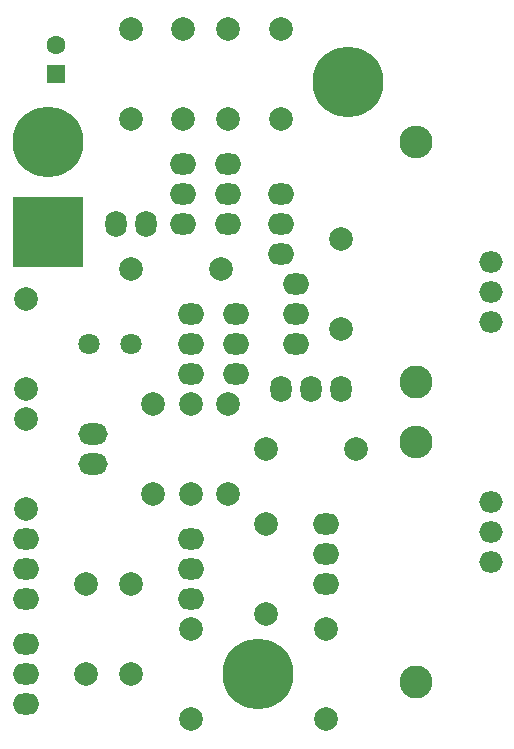
<source format=gbr>
G04 #@! TF.GenerationSoftware,KiCad,Pcbnew,(5.1.5)-3*
G04 #@! TF.CreationDate,2020-04-30T13:53:02+02:00*
G04 #@! TF.ProjectId,DiscreteAmp,44697363-7265-4746-9541-6d702e6b6963,rev?*
G04 #@! TF.SameCoordinates,Original*
G04 #@! TF.FileFunction,Copper,L1,Top*
G04 #@! TF.FilePolarity,Positive*
%FSLAX46Y46*%
G04 Gerber Fmt 4.6, Leading zero omitted, Abs format (unit mm)*
G04 Created by KiCad (PCBNEW (5.1.5)-3) date 2020-04-30 13:53:02*
%MOMM*%
%LPD*%
G04 APERTURE LIST*
%ADD10R,1.600000X1.600000*%
%ADD11C,1.600000*%
%ADD12O,1.800000X2.250000*%
%ADD13C,1.800000*%
%ADD14R,5.999480X5.999480*%
%ADD15C,5.999480*%
%ADD16O,2.250000X1.800000*%
%ADD17O,2.000000X1.800000*%
%ADD18C,2.000000*%
%ADD19C,2.800000*%
%ADD20O,2.800000X2.800000*%
%ADD21O,2.500000X1.800000*%
G04 APERTURE END LIST*
D10*
X151130000Y-69850000D03*
D11*
X151130000Y-67350000D03*
D12*
X158750000Y-82550000D03*
X156250000Y-82550000D03*
D13*
X157480000Y-92710000D03*
X153980000Y-92710000D03*
D14*
X150495000Y-83185000D03*
D15*
X150495000Y-75565000D03*
X175895000Y-70485000D03*
X168275000Y-120650000D03*
D16*
X148590000Y-114300000D03*
X148590000Y-109220000D03*
X148590000Y-111760000D03*
X162560000Y-111760000D03*
X162560000Y-109220000D03*
X162560000Y-114300000D03*
X166370000Y-92710000D03*
X166370000Y-90170000D03*
X166370000Y-95250000D03*
X162560000Y-95250000D03*
X162560000Y-90170000D03*
X162560000Y-92710000D03*
X173990000Y-113030000D03*
X173990000Y-107950000D03*
X173990000Y-110490000D03*
X171450000Y-90170000D03*
X171450000Y-87630000D03*
X171450000Y-92710000D03*
D17*
X187960000Y-90805000D03*
X187960000Y-88265000D03*
X187960000Y-85725000D03*
X187960000Y-106045000D03*
X187960000Y-108585000D03*
X187960000Y-111125000D03*
D18*
X157480000Y-73660000D03*
X157480000Y-66040000D03*
X157480000Y-120650000D03*
X157480000Y-113030000D03*
X148590000Y-88900000D03*
X148590000Y-96520000D03*
X148590000Y-99060000D03*
X148590000Y-106680000D03*
X153670000Y-113030000D03*
X153670000Y-120650000D03*
X157480000Y-86360000D03*
X165100000Y-86360000D03*
X162560000Y-124460000D03*
X162560000Y-116840000D03*
X165735000Y-73660000D03*
X165735000Y-66040000D03*
X165735000Y-97790000D03*
X165735000Y-105410000D03*
X161925000Y-66040000D03*
X161925000Y-73660000D03*
X162560000Y-97790000D03*
X162560000Y-105410000D03*
X159385000Y-105410000D03*
X159385000Y-97790000D03*
X168910000Y-101600000D03*
X176530000Y-101600000D03*
X168910000Y-107950000D03*
X168910000Y-115570000D03*
X170180000Y-73660000D03*
X170180000Y-66040000D03*
X175260000Y-91440000D03*
X175260000Y-83820000D03*
X173990000Y-124460000D03*
X173990000Y-116840000D03*
D19*
X181610000Y-95885000D03*
D20*
X181610000Y-75565000D03*
X181610000Y-100965000D03*
D19*
X181610000Y-121285000D03*
D12*
X175260000Y-96520000D03*
X172720000Y-96520000D03*
X170180000Y-96520000D03*
D16*
X165735000Y-77470000D03*
X165735000Y-82550000D03*
X165735000Y-80010000D03*
X161925000Y-80010000D03*
X161925000Y-82550000D03*
X161925000Y-77470000D03*
X170180000Y-82550000D03*
X170180000Y-85090000D03*
X170180000Y-80010000D03*
X148590000Y-118110000D03*
X148590000Y-123190000D03*
X148590000Y-120650000D03*
D21*
X154305000Y-102870000D03*
X154305000Y-100330000D03*
M02*

</source>
